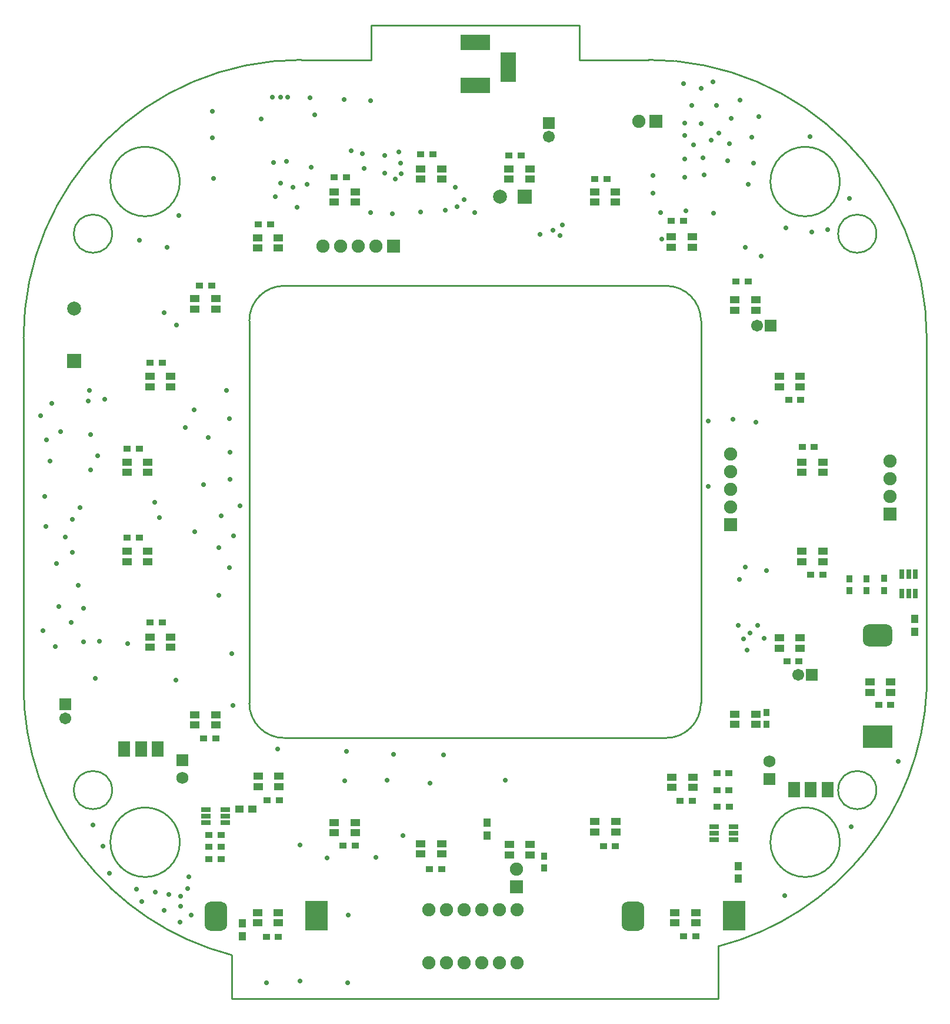
<source format=gts>
G04*
G04 #@! TF.GenerationSoftware,Altium Limited,Altium Designer,18.1.8 (232)*
G04*
G04 Layer_Color=8388736*
%FSLAX25Y25*%
%MOIN*%
G70*
G01*
G75*
%ADD10C,0.01000*%
%ADD23R,0.06800X0.08800*%
%ADD24R,0.03950X0.04800*%
%ADD25R,0.05524X0.04343*%
%ADD26R,0.04300X0.03800*%
%ADD27R,0.03800X0.04300*%
%ADD28R,0.05524X0.02769*%
%ADD29R,0.04800X0.03950*%
%ADD30R,0.02769X0.05524*%
%ADD31C,0.07493*%
%ADD32R,0.07493X0.07493*%
%ADD33R,0.07887X0.07887*%
%ADD34C,0.07887*%
%ADD35C,0.06706*%
%ADD36R,0.06706X0.06706*%
%ADD37R,0.16548X0.12611*%
G04:AMPARAMS|DCode=38|XSize=126.11mil|YSize=165.48mil|CornerRadius=33.53mil|HoleSize=0mil|Usage=FLASHONLY|Rotation=270.000|XOffset=0mil|YOffset=0mil|HoleType=Round|Shape=RoundedRectangle|*
%AMROUNDEDRECTD38*
21,1,0.12611,0.09843,0,0,270.0*
21,1,0.05906,0.16548,0,0,270.0*
1,1,0.06706,-0.04921,-0.02953*
1,1,0.06706,-0.04921,0.02953*
1,1,0.06706,0.04921,0.02953*
1,1,0.06706,0.04921,-0.02953*
%
%ADD38ROUNDEDRECTD38*%
%ADD39R,0.12611X0.16548*%
G04:AMPARAMS|DCode=40|XSize=126.11mil|YSize=165.48mil|CornerRadius=33.53mil|HoleSize=0mil|Usage=FLASHONLY|Rotation=0.000|XOffset=0mil|YOffset=0mil|HoleType=Round|Shape=RoundedRectangle|*
%AMROUNDEDRECTD40*
21,1,0.12611,0.09843,0,0,0.0*
21,1,0.05906,0.16548,0,0,0.0*
1,1,0.06706,0.02953,-0.04921*
1,1,0.06706,-0.02953,-0.04921*
1,1,0.06706,-0.02953,0.04921*
1,1,0.06706,0.02953,0.04921*
%
%ADD40ROUNDEDRECTD40*%
%ADD41C,0.06800*%
%ADD42R,0.06800X0.06800*%
%ADD43R,0.07493X0.07493*%
%ADD44R,0.06706X0.06706*%
%ADD45R,0.07887X0.07887*%
%ADD46R,0.08674X0.16548*%
%ADD47R,0.16548X0.08674*%
%ADD48C,0.02800*%
D10*
X275737Y29679D02*
G03*
X393701Y175365I-39370J152480D01*
G01*
X-118110Y177165D02*
G03*
X0Y24686I157480J0D01*
G01*
X344488Y88583D02*
G03*
X344488Y88583I-19685J0D01*
G01*
X365158Y433071D02*
G03*
X365158Y433071I-10827J0D01*
G01*
X393701Y374016D02*
G03*
X236221Y531496I-157480J0D01*
G01*
X344488Y462598D02*
G03*
X344488Y462598I-19685J0D01*
G01*
X365158Y118110D02*
G03*
X365158Y118110I-10827J0D01*
G01*
X-67913D02*
G03*
X-67913Y118110I-10827J0D01*
G01*
X39370Y531496D02*
G03*
X-118110Y374016I0J-157480D01*
G01*
X-67913Y433071D02*
G03*
X-67913Y433071I-10827J0D01*
G01*
X-29528Y462598D02*
G03*
X-29528Y462598I-19685J0D01*
G01*
Y88583D02*
G03*
X-29528Y88583I-19685J0D01*
G01*
X29528Y403543D02*
G03*
X9843Y383858I0J-19685D01*
G01*
X265748D02*
G03*
X246063Y403543I-19685J0D01*
G01*
Y147638D02*
G03*
X265748Y167323I0J19685D01*
G01*
X9843D02*
G03*
X29528Y147638I19685J0D01*
G01*
X0Y0D02*
X275590D01*
X0D02*
Y24686D01*
X275590Y0D02*
Y29679D01*
X393701Y175365D02*
X393701Y374016D01*
X-118110Y177165D02*
Y374016D01*
X39370Y531496D02*
X78740D01*
X196850D02*
X236221D01*
X196850D02*
Y551181D01*
X78740Y531496D02*
Y551181D01*
X196850D01*
X9843Y167323D02*
Y383858D01*
X29528Y403543D02*
X246063D01*
X265748Y167323D02*
Y383858D01*
X29528Y147638D02*
X246063D01*
D23*
X318500Y118500D02*
D03*
X328000D02*
D03*
X337500D02*
D03*
X-42056Y141500D02*
D03*
X-51556D02*
D03*
X-61056D02*
D03*
D24*
X6000Y42667D02*
D03*
Y35367D02*
D03*
X144444Y92350D02*
D03*
Y99650D02*
D03*
X286944Y67885D02*
D03*
Y75185D02*
D03*
X386944Y215015D02*
D03*
Y207715D02*
D03*
D25*
X69849Y99818D02*
D03*
Y93912D02*
D03*
X58038D02*
D03*
Y99818D02*
D03*
X249328Y125495D02*
D03*
Y119589D02*
D03*
X261139D02*
D03*
Y125495D02*
D03*
X205715Y100315D02*
D03*
Y94409D02*
D03*
X217526D02*
D03*
Y100315D02*
D03*
X251038Y48818D02*
D03*
Y42912D02*
D03*
X262849D02*
D03*
Y48818D02*
D03*
X157070Y87281D02*
D03*
Y81375D02*
D03*
X168881D02*
D03*
Y87281D02*
D03*
X14897Y125862D02*
D03*
Y119956D02*
D03*
X26708D02*
D03*
Y125862D02*
D03*
X107038Y87818D02*
D03*
Y81912D02*
D03*
X118849D02*
D03*
Y87818D02*
D03*
X14452Y48818D02*
D03*
Y42912D02*
D03*
X26263D02*
D03*
Y48818D02*
D03*
X296849Y389630D02*
D03*
Y395536D02*
D03*
X285038D02*
D03*
Y389630D02*
D03*
X310173Y352318D02*
D03*
Y346412D02*
D03*
X321984D02*
D03*
Y352318D02*
D03*
X334849Y297912D02*
D03*
Y303818D02*
D03*
X323038D02*
D03*
Y297912D02*
D03*
Y253318D02*
D03*
Y247412D02*
D03*
X334849D02*
D03*
Y253318D02*
D03*
X310173Y204318D02*
D03*
Y198412D02*
D03*
X321984D02*
D03*
Y204318D02*
D03*
X284938Y161105D02*
D03*
Y155199D02*
D03*
X296749D02*
D03*
Y161105D02*
D03*
X361538Y179318D02*
D03*
Y173412D02*
D03*
X373349D02*
D03*
Y179318D02*
D03*
X-20962Y160818D02*
D03*
Y154912D02*
D03*
X-9151D02*
D03*
Y160818D02*
D03*
X-34651Y198912D02*
D03*
Y204818D02*
D03*
X-46462D02*
D03*
Y198912D02*
D03*
X-47651Y247412D02*
D03*
Y253318D02*
D03*
X-59462D02*
D03*
Y247412D02*
D03*
X-47651Y297912D02*
D03*
Y303818D02*
D03*
X-59462D02*
D03*
Y297912D02*
D03*
X-34651Y346412D02*
D03*
Y352318D02*
D03*
X-46462D02*
D03*
Y346412D02*
D03*
X-9151Y390412D02*
D03*
Y396318D02*
D03*
X-20962D02*
D03*
Y390412D02*
D03*
X26349Y424912D02*
D03*
Y430818D02*
D03*
X14538D02*
D03*
Y424912D02*
D03*
X69849Y450912D02*
D03*
Y456818D02*
D03*
X58038D02*
D03*
Y450912D02*
D03*
X118849Y463912D02*
D03*
Y469818D02*
D03*
X107038D02*
D03*
Y463912D02*
D03*
X168849D02*
D03*
Y469818D02*
D03*
X157038D02*
D03*
Y463912D02*
D03*
X217349Y450920D02*
D03*
Y456826D02*
D03*
X205538D02*
D03*
Y450920D02*
D03*
X260849Y425412D02*
D03*
Y431318D02*
D03*
X249038D02*
D03*
Y425412D02*
D03*
D26*
X210444Y86365D02*
D03*
X217344D02*
D03*
X255944Y35365D02*
D03*
X262844D02*
D03*
X-12956Y78865D02*
D03*
X-6056D02*
D03*
X111944Y73365D02*
D03*
X118844D02*
D03*
X62944Y86765D02*
D03*
X69844D02*
D03*
X19444Y34865D02*
D03*
X26344D02*
D03*
X281643Y127534D02*
D03*
X274743D02*
D03*
X281643Y118034D02*
D03*
X274743D02*
D03*
X274843Y108566D02*
D03*
X281743D02*
D03*
X253944Y112082D02*
D03*
X260844D02*
D03*
X-12956Y85865D02*
D03*
X-6056D02*
D03*
X-6156Y92550D02*
D03*
X-13056D02*
D03*
X19944Y112365D02*
D03*
X26844D02*
D03*
X292444Y405865D02*
D03*
X285544D02*
D03*
X315444Y338865D02*
D03*
X322344D02*
D03*
X329991Y312365D02*
D03*
X323091D02*
D03*
X327944Y239865D02*
D03*
X334844D02*
D03*
X314444Y190865D02*
D03*
X321344D02*
D03*
X366444Y166365D02*
D03*
X373344D02*
D03*
X255944Y440225D02*
D03*
X249044D02*
D03*
X-16056Y147265D02*
D03*
X-9156D02*
D03*
X212444Y463912D02*
D03*
X205544D02*
D03*
X163944Y477365D02*
D03*
X157044D02*
D03*
X113944Y477865D02*
D03*
X107044D02*
D03*
X64944Y464865D02*
D03*
X58044D02*
D03*
X21944Y438365D02*
D03*
X15044D02*
D03*
X-11556Y403543D02*
D03*
X-18456D02*
D03*
X-39556Y359865D02*
D03*
X-46456D02*
D03*
X-52556Y311365D02*
D03*
X-59456D02*
D03*
X-52556Y260865D02*
D03*
X-59456D02*
D03*
X-39556Y212865D02*
D03*
X-46456D02*
D03*
D27*
X176944Y73865D02*
D03*
Y80765D02*
D03*
X349944Y237765D02*
D03*
Y230865D02*
D03*
X359444Y237765D02*
D03*
Y230865D02*
D03*
X369444Y237865D02*
D03*
Y230965D02*
D03*
X302944Y162098D02*
D03*
Y155198D02*
D03*
D28*
X273232Y97474D02*
D03*
Y93734D02*
D03*
Y89994D02*
D03*
X284255D02*
D03*
Y93734D02*
D03*
Y97474D02*
D03*
X-14827Y99625D02*
D03*
Y103365D02*
D03*
Y107105D02*
D03*
X-3803D02*
D03*
Y103365D02*
D03*
Y99625D02*
D03*
D29*
X11594Y107365D02*
D03*
X4294D02*
D03*
D30*
X379703Y240377D02*
D03*
X383444D02*
D03*
X387184D02*
D03*
Y229353D02*
D03*
X383444D02*
D03*
X379703D02*
D03*
D31*
X111444Y50365D02*
D03*
X121522D02*
D03*
X141522D02*
D03*
X161522D02*
D03*
X141522Y20365D02*
D03*
X121522D02*
D03*
X151522Y50365D02*
D03*
X131522D02*
D03*
X161522Y20365D02*
D03*
X151522D02*
D03*
X131522D02*
D03*
X111444D02*
D03*
X161134Y73286D02*
D03*
X372944Y284365D02*
D03*
Y294365D02*
D03*
Y304365D02*
D03*
X282444Y278365D02*
D03*
Y288365D02*
D03*
Y298365D02*
D03*
Y308365D02*
D03*
X230522Y496786D02*
D03*
X81444Y425865D02*
D03*
X71444D02*
D03*
X61444D02*
D03*
X51444D02*
D03*
D32*
X161134Y63443D02*
D03*
X91444Y425865D02*
D03*
D33*
X165833Y453865D02*
D03*
D34*
X152054D02*
D03*
X-89424Y390783D02*
D03*
D35*
X179444Y487928D02*
D03*
X320758Y183365D02*
D03*
X297507Y380865D02*
D03*
X-94500Y158715D02*
D03*
D36*
X179444Y495802D02*
D03*
X-94500Y166589D02*
D03*
D37*
X365899Y148479D02*
D03*
D38*
X365742Y205566D02*
D03*
D39*
X284444Y46874D02*
D03*
X47944Y46874D02*
D03*
D40*
X227357Y46717D02*
D03*
X-9143Y46717D02*
D03*
D41*
X304444Y134422D02*
D03*
X-28056Y124922D02*
D03*
D42*
X304444Y124422D02*
D03*
X-28056Y134922D02*
D03*
D43*
X372944Y274365D02*
D03*
X282444Y268365D02*
D03*
X240365Y496786D02*
D03*
D44*
X328632Y183365D02*
D03*
X305381Y380865D02*
D03*
D45*
X-89424Y360861D02*
D03*
D46*
X156448Y527495D02*
D03*
D47*
X137944Y541274D02*
D03*
Y516865D02*
D03*
D48*
X-75000Y202500D02*
D03*
X-100000Y199412D02*
D03*
X-107000Y208500D02*
D03*
X-91000Y212865D02*
D03*
X-84000Y221000D02*
D03*
X-87000Y234000D02*
D03*
X-94500Y261500D02*
D03*
X-90500Y271500D02*
D03*
X-86000Y278165D02*
D03*
X-59064Y200865D02*
D03*
X-106000Y284500D02*
D03*
X-105000Y316265D02*
D03*
X-97000Y321000D02*
D03*
X-102000Y337000D02*
D03*
X-108500Y330000D02*
D03*
X-80000Y299465D02*
D03*
X-75956Y307500D02*
D03*
X-81456Y338365D02*
D03*
X-72000Y339500D02*
D03*
X-80756Y344500D02*
D03*
X-26500Y323265D02*
D03*
X-21500Y333500D02*
D03*
X1000Y262000D02*
D03*
X4500Y279000D02*
D03*
X-21000Y264500D02*
D03*
X-6000Y273500D02*
D03*
X-1000Y294000D02*
D03*
Y309500D02*
D03*
X-1500Y328500D02*
D03*
X-3000Y344500D02*
D03*
X19500Y9000D02*
D03*
X38500Y10000D02*
D03*
X65500Y9000D02*
D03*
X87944Y123605D02*
D03*
X186000Y432000D02*
D03*
X187318Y438000D02*
D03*
X182000Y435000D02*
D03*
X174444Y432546D02*
D03*
X137500Y445000D02*
D03*
X127444Y448411D02*
D03*
X126500Y459270D02*
D03*
X131500Y452373D02*
D03*
X121000Y446500D02*
D03*
X107000Y445500D02*
D03*
X91000Y444500D02*
D03*
X78500Y445000D02*
D03*
X96000Y467000D02*
D03*
X92500Y463865D02*
D03*
X75000Y470062D02*
D03*
X86500Y467500D02*
D03*
X95500Y472865D02*
D03*
X94500Y479500D02*
D03*
X86500Y477500D02*
D03*
X74000Y478500D02*
D03*
X67684Y480000D02*
D03*
X37000Y448117D02*
D03*
X24566Y453865D02*
D03*
X27602Y461589D02*
D03*
X34500Y459500D02*
D03*
X42500Y461186D02*
D03*
X45000Y470652D02*
D03*
X31000Y474000D02*
D03*
X23500Y473500D02*
D03*
X-73000Y86500D02*
D03*
X-69364Y71000D02*
D03*
X-43418Y60500D02*
D03*
X-54000Y62000D02*
D03*
X-51000Y54865D02*
D03*
X-38296Y50000D02*
D03*
X-29500Y43500D02*
D03*
X-23000Y47500D02*
D03*
X-29160Y52500D02*
D03*
Y58000D02*
D03*
X-25000Y62500D02*
D03*
X-24331Y68898D02*
D03*
X155000Y123542D02*
D03*
X38500Y87165D02*
D03*
X54000Y79715D02*
D03*
X81444Y79997D02*
D03*
X97000Y92500D02*
D03*
X287500Y237265D02*
D03*
X302942Y242500D02*
D03*
X327500Y487928D02*
D03*
X349779Y453000D02*
D03*
X337500Y435500D02*
D03*
X328500Y434000D02*
D03*
X313843Y436500D02*
D03*
X290912Y425365D02*
D03*
X299944Y420500D02*
D03*
X243500Y430000D02*
D03*
X243000Y445000D02*
D03*
X238444Y466000D02*
D03*
Y455877D02*
D03*
X257346Y446000D02*
D03*
X273000Y444853D02*
D03*
X292500Y461000D02*
D03*
X295500Y473000D02*
D03*
X294500Y487736D02*
D03*
X288000Y508786D02*
D03*
X298500Y499500D02*
D03*
X266000Y515500D02*
D03*
X256000Y518000D02*
D03*
X274500Y505765D02*
D03*
X256445Y488531D02*
D03*
Y495802D02*
D03*
X256718Y475266D02*
D03*
X260641Y505765D02*
D03*
X272500Y519000D02*
D03*
X256718Y465000D02*
D03*
X267600Y466447D02*
D03*
X281000Y474500D02*
D03*
X271500Y486000D02*
D03*
X276000Y490000D02*
D03*
X283000Y498500D02*
D03*
X261500Y483500D02*
D03*
X266000Y495500D02*
D03*
X267000Y476000D02*
D03*
X282000Y484086D02*
D03*
X270000Y327000D02*
D03*
Y290000D02*
D03*
X284055Y328000D02*
D03*
X296849Y326365D02*
D03*
X292000Y197500D02*
D03*
X301688Y204161D02*
D03*
X289743Y203577D02*
D03*
X293500Y207113D02*
D03*
X298000Y211500D02*
D03*
X286749D02*
D03*
X291000Y244500D02*
D03*
X377436Y134422D02*
D03*
X351000Y97500D02*
D03*
X313105Y58365D02*
D03*
X-78740Y98425D02*
D03*
X-35900Y59000D02*
D03*
X66000Y47365D02*
D03*
X63943Y123221D02*
D03*
X112294Y121909D02*
D03*
X120000Y138000D02*
D03*
X91500Y138500D02*
D03*
X65000Y140000D02*
D03*
X25865Y141500D02*
D03*
X500Y166000D02*
D03*
X-77500Y181500D02*
D03*
X-31856Y180500D02*
D03*
X-99500Y246500D02*
D03*
X-98000Y222000D02*
D03*
X-84153Y202000D02*
D03*
X0Y195500D02*
D03*
X-1556Y244000D02*
D03*
X-7500Y228500D02*
D03*
X-41256Y272500D02*
D03*
X-43856Y281165D02*
D03*
X-7500Y255500D02*
D03*
X-90500Y252676D02*
D03*
X-105500Y267500D02*
D03*
X-103000Y304500D02*
D03*
X-80000Y319500D02*
D03*
X-38500Y388500D02*
D03*
X-31500Y381500D02*
D03*
X-16000Y291000D02*
D03*
X-13556Y317665D02*
D03*
X-52500Y429440D02*
D03*
X-36816Y425412D02*
D03*
X-30000Y443500D02*
D03*
X-10500Y464500D02*
D03*
X-11033Y487500D02*
D03*
X-11000Y502500D02*
D03*
X16704Y498000D02*
D03*
X47000Y500500D02*
D03*
X78500Y508500D02*
D03*
X63544Y509180D02*
D03*
X44082Y510000D02*
D03*
X31500Y510500D02*
D03*
X27602D02*
D03*
X23000D02*
D03*
M02*

</source>
